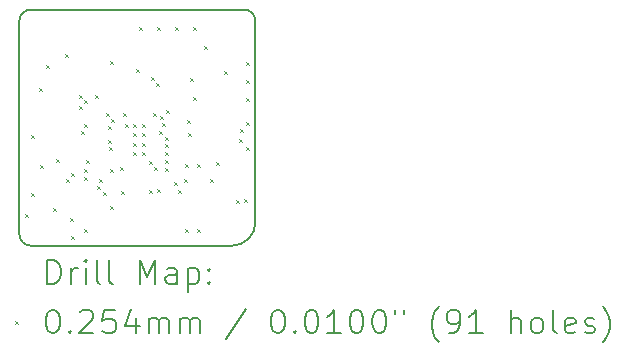
<source format=gbr>
%TF.GenerationSoftware,KiCad,Pcbnew,7.0.2*%
%TF.CreationDate,2023-09-13T14:26:03-04:00*%
%TF.ProjectId,PicoMod,5069636f-4d6f-4642-9e6b-696361645f70,rev?*%
%TF.SameCoordinates,Original*%
%TF.FileFunction,Drillmap*%
%TF.FilePolarity,Positive*%
%FSLAX45Y45*%
G04 Gerber Fmt 4.5, Leading zero omitted, Abs format (unit mm)*
G04 Created by KiCad (PCBNEW 7.0.2) date 2023-09-13 14:26:03*
%MOMM*%
%LPD*%
G01*
G04 APERTURE LIST*
%ADD10C,0.200000*%
%ADD11C,0.025400*%
G04 APERTURE END LIST*
D10*
X2099999Y-2000000D02*
G75*
G03*
X2000000Y-2099999I1J-100000D01*
G01*
X3800000Y-4000000D02*
X2100000Y-4000000D01*
X2099999Y-1999999D02*
X3900013Y-1999987D01*
X4000003Y-2099987D02*
G75*
G03*
X3900013Y-1999987I-100003J-3D01*
G01*
X4000000Y-2099987D02*
X4000000Y-3800000D01*
X3800000Y-4000000D02*
G75*
G03*
X4000000Y-3800000I0J200000D01*
G01*
X2000000Y-3900000D02*
X2000000Y-2099999D01*
X2000000Y-3900000D02*
G75*
G03*
X2100000Y-4000000I100000J0D01*
G01*
D11*
X2050750Y-3727300D02*
X2076150Y-3752700D01*
X2076150Y-3727300D02*
X2050750Y-3752700D01*
X2098960Y-3060285D02*
X2124360Y-3085685D01*
X2124360Y-3060285D02*
X2098960Y-3085685D01*
X2098960Y-3552300D02*
X2124360Y-3577700D01*
X2124360Y-3552300D02*
X2098960Y-3577700D01*
X2170510Y-2662300D02*
X2195910Y-2687700D01*
X2195910Y-2662300D02*
X2170510Y-2687700D01*
X2177300Y-3317300D02*
X2202700Y-3342700D01*
X2202700Y-3317300D02*
X2177300Y-3342700D01*
X2227300Y-2467300D02*
X2252700Y-2492700D01*
X2252700Y-2467300D02*
X2227300Y-2492700D01*
X2287245Y-3683644D02*
X2312645Y-3709044D01*
X2312645Y-3683644D02*
X2287245Y-3709044D01*
X2312300Y-3266710D02*
X2337700Y-3292110D01*
X2337700Y-3266710D02*
X2312300Y-3292110D01*
X2387300Y-2377300D02*
X2412700Y-2402700D01*
X2412700Y-2377300D02*
X2387300Y-2402700D01*
X2397187Y-3432139D02*
X2422587Y-3457539D01*
X2422587Y-3432139D02*
X2397187Y-3457539D01*
X2429090Y-3762300D02*
X2454490Y-3787700D01*
X2454490Y-3762300D02*
X2429090Y-3787700D01*
X2438563Y-3380731D02*
X2463963Y-3406131D01*
X2463963Y-3380731D02*
X2438563Y-3406131D01*
X2442300Y-3917300D02*
X2467700Y-3942700D01*
X2467700Y-3917300D02*
X2442300Y-3942700D01*
X2507039Y-2720044D02*
X2532439Y-2745444D01*
X2532439Y-2720044D02*
X2507039Y-2745444D01*
X2509090Y-2818664D02*
X2534490Y-2844064D01*
X2534490Y-2818664D02*
X2509090Y-2844064D01*
X2524495Y-3029090D02*
X2549895Y-3054490D01*
X2549895Y-3029090D02*
X2524495Y-3054490D01*
X2545858Y-3350540D02*
X2571258Y-3375940D01*
X2571258Y-3350540D02*
X2545858Y-3375940D01*
X2546528Y-3416527D02*
X2571928Y-3441927D01*
X2571928Y-3416527D02*
X2546528Y-3441927D01*
X2551757Y-2968994D02*
X2577157Y-2994394D01*
X2577157Y-2968994D02*
X2551757Y-2994394D01*
X2551897Y-2768442D02*
X2577297Y-2793842D01*
X2577297Y-2768442D02*
X2551897Y-2793842D01*
X2552300Y-3854823D02*
X2577700Y-3880223D01*
X2577700Y-3854823D02*
X2552300Y-3880223D01*
X2566919Y-3272064D02*
X2592319Y-3297464D01*
X2592319Y-3272064D02*
X2566919Y-3297464D01*
X2639742Y-2719858D02*
X2665142Y-2745258D01*
X2665142Y-2719858D02*
X2639742Y-2745258D01*
X2657300Y-3497300D02*
X2682700Y-3522700D01*
X2682700Y-3497300D02*
X2657300Y-3522700D01*
X2677300Y-3432300D02*
X2702700Y-3457700D01*
X2702700Y-3432300D02*
X2677300Y-3457700D01*
X2707300Y-3547300D02*
X2732700Y-3572700D01*
X2732700Y-3547300D02*
X2707300Y-3572700D01*
X2737300Y-2877300D02*
X2762700Y-2902700D01*
X2762700Y-2877300D02*
X2737300Y-2902700D01*
X2747300Y-2987300D02*
X2772700Y-3012700D01*
X2772700Y-2987300D02*
X2747300Y-3012700D01*
X2748149Y-3102208D02*
X2773549Y-3127608D01*
X2773549Y-3102208D02*
X2748149Y-3127608D01*
X2763275Y-3166441D02*
X2788675Y-3191841D01*
X2788675Y-3166441D02*
X2763275Y-3191841D01*
X2767300Y-2432300D02*
X2792700Y-2457700D01*
X2792700Y-2432300D02*
X2767300Y-2457700D01*
X2767300Y-3349110D02*
X2792700Y-3374510D01*
X2792700Y-3349110D02*
X2767300Y-3374510D01*
X2769567Y-3664567D02*
X2794967Y-3689967D01*
X2794967Y-3664567D02*
X2769567Y-3689967D01*
X2778272Y-2929030D02*
X2803672Y-2954430D01*
X2803672Y-2929030D02*
X2778272Y-2954430D01*
X2852300Y-3332300D02*
X2877700Y-3357700D01*
X2877700Y-3332300D02*
X2852300Y-3357700D01*
X2858771Y-3533771D02*
X2884171Y-3559171D01*
X2884171Y-3533771D02*
X2858771Y-3559171D01*
X2877300Y-2877890D02*
X2902700Y-2903290D01*
X2902700Y-2877890D02*
X2877300Y-2903290D01*
X2897300Y-2967300D02*
X2922700Y-2992700D01*
X2922700Y-2967300D02*
X2897300Y-2992700D01*
X2967300Y-2967300D02*
X2992700Y-2992700D01*
X2992700Y-2967300D02*
X2967300Y-2992700D01*
X2967300Y-3047300D02*
X2992700Y-3072700D01*
X2992700Y-3047300D02*
X2967300Y-3072700D01*
X2967300Y-3127300D02*
X2992700Y-3152700D01*
X2992700Y-3127300D02*
X2967300Y-3152700D01*
X2967300Y-3207300D02*
X2992700Y-3232700D01*
X2992700Y-3207300D02*
X2967300Y-3232700D01*
X2992300Y-2502300D02*
X3017700Y-2527700D01*
X3017700Y-2502300D02*
X2992300Y-2527700D01*
X3017300Y-2147300D02*
X3042700Y-2172700D01*
X3042700Y-2147300D02*
X3017300Y-2172700D01*
X3037300Y-2967300D02*
X3062700Y-2992700D01*
X3062700Y-2967300D02*
X3037300Y-2992700D01*
X3037300Y-3047300D02*
X3062700Y-3072700D01*
X3062700Y-3047300D02*
X3037300Y-3072700D01*
X3037300Y-3127300D02*
X3062700Y-3152700D01*
X3062700Y-3127300D02*
X3037300Y-3152700D01*
X3037300Y-3207300D02*
X3062700Y-3232700D01*
X3062700Y-3207300D02*
X3037300Y-3232700D01*
X3095348Y-3282890D02*
X3120748Y-3308290D01*
X3120748Y-3282890D02*
X3095348Y-3308290D01*
X3097204Y-3528456D02*
X3122604Y-3553856D01*
X3122604Y-3528456D02*
X3097204Y-3553856D01*
X3113930Y-2575190D02*
X3139330Y-2600590D01*
X3139330Y-2575190D02*
X3113930Y-2600590D01*
X3133102Y-2877890D02*
X3158502Y-2903290D01*
X3158502Y-2877890D02*
X3133102Y-2903290D01*
X3139090Y-3332300D02*
X3164490Y-3357700D01*
X3164490Y-3332300D02*
X3139090Y-3357700D01*
X3160670Y-2621930D02*
X3186070Y-2647330D01*
X3186070Y-2621930D02*
X3160670Y-2647330D01*
X3162755Y-3520854D02*
X3188155Y-3546254D01*
X3188155Y-3520854D02*
X3162755Y-3546254D01*
X3167300Y-2147300D02*
X3192700Y-2172700D01*
X3192700Y-2147300D02*
X3167300Y-2172700D01*
X3187300Y-3027300D02*
X3212700Y-3052700D01*
X3212700Y-3027300D02*
X3187300Y-3052700D01*
X3195638Y-2898962D02*
X3221038Y-2924362D01*
X3221038Y-2898962D02*
X3195638Y-2924362D01*
X3207587Y-2963861D02*
X3232987Y-2989261D01*
X3232987Y-2963861D02*
X3207587Y-2989261D01*
X3235510Y-3075541D02*
X3260910Y-3100941D01*
X3260910Y-3075541D02*
X3235510Y-3100941D01*
X3235510Y-3141531D02*
X3260910Y-3166931D01*
X3260910Y-3141531D02*
X3235510Y-3166931D01*
X3235510Y-3207521D02*
X3260910Y-3232921D01*
X3260910Y-3207521D02*
X3235510Y-3232921D01*
X3235510Y-3273511D02*
X3260910Y-3298911D01*
X3260910Y-3273511D02*
X3235510Y-3298911D01*
X3237705Y-3339465D02*
X3263105Y-3364865D01*
X3263105Y-3339465D02*
X3237705Y-3364865D01*
X3242300Y-2852300D02*
X3267700Y-2877700D01*
X3267700Y-2852300D02*
X3242300Y-2877700D01*
X3307300Y-3462980D02*
X3332700Y-3488380D01*
X3332700Y-3462980D02*
X3307300Y-3488380D01*
X3317300Y-2147300D02*
X3342700Y-2172700D01*
X3342700Y-2147300D02*
X3317300Y-2172700D01*
X3344537Y-3528850D02*
X3369937Y-3554250D01*
X3369937Y-3528850D02*
X3344537Y-3554250D01*
X3392300Y-3432300D02*
X3417700Y-3457700D01*
X3417700Y-3432300D02*
X3392300Y-3457700D01*
X3401037Y-3306112D02*
X3426437Y-3331512D01*
X3426437Y-3306112D02*
X3401037Y-3331512D01*
X3402300Y-3854800D02*
X3427700Y-3880200D01*
X3427700Y-3854800D02*
X3402300Y-3880200D01*
X3422845Y-2937845D02*
X3448245Y-2963245D01*
X3448245Y-2937845D02*
X3422845Y-2963245D01*
X3426052Y-3046052D02*
X3451452Y-3071452D01*
X3451452Y-3046052D02*
X3426052Y-3071452D01*
X3447300Y-2577300D02*
X3472700Y-2602700D01*
X3472700Y-2577300D02*
X3447300Y-2602700D01*
X3467300Y-2147300D02*
X3492700Y-2172700D01*
X3492700Y-2147300D02*
X3467300Y-2172700D01*
X3467300Y-2739090D02*
X3492700Y-2764490D01*
X3492700Y-2739090D02*
X3467300Y-2764490D01*
X3502300Y-3307300D02*
X3527700Y-3332700D01*
X3527700Y-3307300D02*
X3502300Y-3332700D01*
X3502300Y-3854800D02*
X3527700Y-3880200D01*
X3527700Y-3854800D02*
X3502300Y-3880200D01*
X3562300Y-2308820D02*
X3587700Y-2334220D01*
X3587700Y-2308820D02*
X3562300Y-2334220D01*
X3612300Y-3432350D02*
X3637700Y-3457750D01*
X3637700Y-3432350D02*
X3612300Y-3457750D01*
X3662300Y-3290800D02*
X3687700Y-3316200D01*
X3687700Y-3290800D02*
X3662300Y-3316200D01*
X3737300Y-2522300D02*
X3762700Y-2547700D01*
X3762700Y-2522300D02*
X3737300Y-2547700D01*
X3838543Y-3614997D02*
X3863943Y-3640397D01*
X3863943Y-3614997D02*
X3838543Y-3640397D01*
X3857650Y-3092336D02*
X3883050Y-3117736D01*
X3883050Y-3092336D02*
X3857650Y-3117736D01*
X3865640Y-3012281D02*
X3891040Y-3037681D01*
X3891040Y-3012281D02*
X3865640Y-3037681D01*
X3903300Y-3602300D02*
X3928700Y-3627700D01*
X3928700Y-3602300D02*
X3903300Y-3627700D01*
X3922300Y-2447300D02*
X3947700Y-2472700D01*
X3947700Y-2447300D02*
X3922300Y-2472700D01*
X3922300Y-2597300D02*
X3947700Y-2622700D01*
X3947700Y-2597300D02*
X3922300Y-2622700D01*
X3922300Y-2747300D02*
X3947700Y-2772700D01*
X3947700Y-2747300D02*
X3922300Y-2772700D01*
X3923850Y-2952300D02*
X3949250Y-2977700D01*
X3949250Y-2952300D02*
X3923850Y-2977700D01*
X3923850Y-3162495D02*
X3949250Y-3187895D01*
X3949250Y-3162495D02*
X3923850Y-3187895D01*
D10*
X2237619Y-4322524D02*
X2237619Y-4122524D01*
X2237619Y-4122524D02*
X2285238Y-4122524D01*
X2285238Y-4122524D02*
X2313810Y-4132048D01*
X2313810Y-4132048D02*
X2332857Y-4151095D01*
X2332857Y-4151095D02*
X2342381Y-4170143D01*
X2342381Y-4170143D02*
X2351905Y-4208238D01*
X2351905Y-4208238D02*
X2351905Y-4236810D01*
X2351905Y-4236810D02*
X2342381Y-4274905D01*
X2342381Y-4274905D02*
X2332857Y-4293952D01*
X2332857Y-4293952D02*
X2313810Y-4313000D01*
X2313810Y-4313000D02*
X2285238Y-4322524D01*
X2285238Y-4322524D02*
X2237619Y-4322524D01*
X2437619Y-4322524D02*
X2437619Y-4189190D01*
X2437619Y-4227286D02*
X2447143Y-4208238D01*
X2447143Y-4208238D02*
X2456667Y-4198714D01*
X2456667Y-4198714D02*
X2475714Y-4189190D01*
X2475714Y-4189190D02*
X2494762Y-4189190D01*
X2561429Y-4322524D02*
X2561429Y-4189190D01*
X2561429Y-4122524D02*
X2551905Y-4132048D01*
X2551905Y-4132048D02*
X2561429Y-4141571D01*
X2561429Y-4141571D02*
X2570952Y-4132048D01*
X2570952Y-4132048D02*
X2561429Y-4122524D01*
X2561429Y-4122524D02*
X2561429Y-4141571D01*
X2685238Y-4322524D02*
X2666190Y-4313000D01*
X2666190Y-4313000D02*
X2656667Y-4293952D01*
X2656667Y-4293952D02*
X2656667Y-4122524D01*
X2790000Y-4322524D02*
X2770952Y-4313000D01*
X2770952Y-4313000D02*
X2761429Y-4293952D01*
X2761429Y-4293952D02*
X2761429Y-4122524D01*
X3018571Y-4322524D02*
X3018571Y-4122524D01*
X3018571Y-4122524D02*
X3085238Y-4265381D01*
X3085238Y-4265381D02*
X3151905Y-4122524D01*
X3151905Y-4122524D02*
X3151905Y-4322524D01*
X3332857Y-4322524D02*
X3332857Y-4217762D01*
X3332857Y-4217762D02*
X3323333Y-4198714D01*
X3323333Y-4198714D02*
X3304286Y-4189190D01*
X3304286Y-4189190D02*
X3266190Y-4189190D01*
X3266190Y-4189190D02*
X3247143Y-4198714D01*
X3332857Y-4313000D02*
X3313809Y-4322524D01*
X3313809Y-4322524D02*
X3266190Y-4322524D01*
X3266190Y-4322524D02*
X3247143Y-4313000D01*
X3247143Y-4313000D02*
X3237619Y-4293952D01*
X3237619Y-4293952D02*
X3237619Y-4274905D01*
X3237619Y-4274905D02*
X3247143Y-4255857D01*
X3247143Y-4255857D02*
X3266190Y-4246333D01*
X3266190Y-4246333D02*
X3313809Y-4246333D01*
X3313809Y-4246333D02*
X3332857Y-4236810D01*
X3428095Y-4189190D02*
X3428095Y-4389190D01*
X3428095Y-4198714D02*
X3447143Y-4189190D01*
X3447143Y-4189190D02*
X3485238Y-4189190D01*
X3485238Y-4189190D02*
X3504286Y-4198714D01*
X3504286Y-4198714D02*
X3513809Y-4208238D01*
X3513809Y-4208238D02*
X3523333Y-4227286D01*
X3523333Y-4227286D02*
X3523333Y-4284429D01*
X3523333Y-4284429D02*
X3513809Y-4303476D01*
X3513809Y-4303476D02*
X3504286Y-4313000D01*
X3504286Y-4313000D02*
X3485238Y-4322524D01*
X3485238Y-4322524D02*
X3447143Y-4322524D01*
X3447143Y-4322524D02*
X3428095Y-4313000D01*
X3609048Y-4303476D02*
X3618571Y-4313000D01*
X3618571Y-4313000D02*
X3609048Y-4322524D01*
X3609048Y-4322524D02*
X3599524Y-4313000D01*
X3599524Y-4313000D02*
X3609048Y-4303476D01*
X3609048Y-4303476D02*
X3609048Y-4322524D01*
X3609048Y-4198714D02*
X3618571Y-4208238D01*
X3618571Y-4208238D02*
X3609048Y-4217762D01*
X3609048Y-4217762D02*
X3599524Y-4208238D01*
X3599524Y-4208238D02*
X3609048Y-4198714D01*
X3609048Y-4198714D02*
X3609048Y-4217762D01*
D11*
X1964600Y-4637300D02*
X1990000Y-4662700D01*
X1990000Y-4637300D02*
X1964600Y-4662700D01*
D10*
X2275714Y-4542524D02*
X2294762Y-4542524D01*
X2294762Y-4542524D02*
X2313810Y-4552048D01*
X2313810Y-4552048D02*
X2323333Y-4561571D01*
X2323333Y-4561571D02*
X2332857Y-4580619D01*
X2332857Y-4580619D02*
X2342381Y-4618714D01*
X2342381Y-4618714D02*
X2342381Y-4666333D01*
X2342381Y-4666333D02*
X2332857Y-4704429D01*
X2332857Y-4704429D02*
X2323333Y-4723476D01*
X2323333Y-4723476D02*
X2313810Y-4733000D01*
X2313810Y-4733000D02*
X2294762Y-4742524D01*
X2294762Y-4742524D02*
X2275714Y-4742524D01*
X2275714Y-4742524D02*
X2256667Y-4733000D01*
X2256667Y-4733000D02*
X2247143Y-4723476D01*
X2247143Y-4723476D02*
X2237619Y-4704429D01*
X2237619Y-4704429D02*
X2228095Y-4666333D01*
X2228095Y-4666333D02*
X2228095Y-4618714D01*
X2228095Y-4618714D02*
X2237619Y-4580619D01*
X2237619Y-4580619D02*
X2247143Y-4561571D01*
X2247143Y-4561571D02*
X2256667Y-4552048D01*
X2256667Y-4552048D02*
X2275714Y-4542524D01*
X2428095Y-4723476D02*
X2437619Y-4733000D01*
X2437619Y-4733000D02*
X2428095Y-4742524D01*
X2428095Y-4742524D02*
X2418571Y-4733000D01*
X2418571Y-4733000D02*
X2428095Y-4723476D01*
X2428095Y-4723476D02*
X2428095Y-4742524D01*
X2513810Y-4561571D02*
X2523333Y-4552048D01*
X2523333Y-4552048D02*
X2542381Y-4542524D01*
X2542381Y-4542524D02*
X2590000Y-4542524D01*
X2590000Y-4542524D02*
X2609048Y-4552048D01*
X2609048Y-4552048D02*
X2618571Y-4561571D01*
X2618571Y-4561571D02*
X2628095Y-4580619D01*
X2628095Y-4580619D02*
X2628095Y-4599667D01*
X2628095Y-4599667D02*
X2618571Y-4628238D01*
X2618571Y-4628238D02*
X2504286Y-4742524D01*
X2504286Y-4742524D02*
X2628095Y-4742524D01*
X2809048Y-4542524D02*
X2713810Y-4542524D01*
X2713810Y-4542524D02*
X2704286Y-4637762D01*
X2704286Y-4637762D02*
X2713810Y-4628238D01*
X2713810Y-4628238D02*
X2732857Y-4618714D01*
X2732857Y-4618714D02*
X2780476Y-4618714D01*
X2780476Y-4618714D02*
X2799524Y-4628238D01*
X2799524Y-4628238D02*
X2809048Y-4637762D01*
X2809048Y-4637762D02*
X2818571Y-4656810D01*
X2818571Y-4656810D02*
X2818571Y-4704429D01*
X2818571Y-4704429D02*
X2809048Y-4723476D01*
X2809048Y-4723476D02*
X2799524Y-4733000D01*
X2799524Y-4733000D02*
X2780476Y-4742524D01*
X2780476Y-4742524D02*
X2732857Y-4742524D01*
X2732857Y-4742524D02*
X2713810Y-4733000D01*
X2713810Y-4733000D02*
X2704286Y-4723476D01*
X2990000Y-4609190D02*
X2990000Y-4742524D01*
X2942381Y-4533000D02*
X2894762Y-4675857D01*
X2894762Y-4675857D02*
X3018571Y-4675857D01*
X3094762Y-4742524D02*
X3094762Y-4609190D01*
X3094762Y-4628238D02*
X3104286Y-4618714D01*
X3104286Y-4618714D02*
X3123333Y-4609190D01*
X3123333Y-4609190D02*
X3151905Y-4609190D01*
X3151905Y-4609190D02*
X3170952Y-4618714D01*
X3170952Y-4618714D02*
X3180476Y-4637762D01*
X3180476Y-4637762D02*
X3180476Y-4742524D01*
X3180476Y-4637762D02*
X3190000Y-4618714D01*
X3190000Y-4618714D02*
X3209048Y-4609190D01*
X3209048Y-4609190D02*
X3237619Y-4609190D01*
X3237619Y-4609190D02*
X3256667Y-4618714D01*
X3256667Y-4618714D02*
X3266190Y-4637762D01*
X3266190Y-4637762D02*
X3266190Y-4742524D01*
X3361429Y-4742524D02*
X3361429Y-4609190D01*
X3361429Y-4628238D02*
X3370952Y-4618714D01*
X3370952Y-4618714D02*
X3390000Y-4609190D01*
X3390000Y-4609190D02*
X3418571Y-4609190D01*
X3418571Y-4609190D02*
X3437619Y-4618714D01*
X3437619Y-4618714D02*
X3447143Y-4637762D01*
X3447143Y-4637762D02*
X3447143Y-4742524D01*
X3447143Y-4637762D02*
X3456667Y-4618714D01*
X3456667Y-4618714D02*
X3475714Y-4609190D01*
X3475714Y-4609190D02*
X3504286Y-4609190D01*
X3504286Y-4609190D02*
X3523333Y-4618714D01*
X3523333Y-4618714D02*
X3532857Y-4637762D01*
X3532857Y-4637762D02*
X3532857Y-4742524D01*
X3923333Y-4533000D02*
X3751905Y-4790143D01*
X4180476Y-4542524D02*
X4199524Y-4542524D01*
X4199524Y-4542524D02*
X4218572Y-4552048D01*
X4218572Y-4552048D02*
X4228095Y-4561571D01*
X4228095Y-4561571D02*
X4237619Y-4580619D01*
X4237619Y-4580619D02*
X4247143Y-4618714D01*
X4247143Y-4618714D02*
X4247143Y-4666333D01*
X4247143Y-4666333D02*
X4237619Y-4704429D01*
X4237619Y-4704429D02*
X4228095Y-4723476D01*
X4228095Y-4723476D02*
X4218572Y-4733000D01*
X4218572Y-4733000D02*
X4199524Y-4742524D01*
X4199524Y-4742524D02*
X4180476Y-4742524D01*
X4180476Y-4742524D02*
X4161429Y-4733000D01*
X4161429Y-4733000D02*
X4151905Y-4723476D01*
X4151905Y-4723476D02*
X4142381Y-4704429D01*
X4142381Y-4704429D02*
X4132857Y-4666333D01*
X4132857Y-4666333D02*
X4132857Y-4618714D01*
X4132857Y-4618714D02*
X4142381Y-4580619D01*
X4142381Y-4580619D02*
X4151905Y-4561571D01*
X4151905Y-4561571D02*
X4161429Y-4552048D01*
X4161429Y-4552048D02*
X4180476Y-4542524D01*
X4332857Y-4723476D02*
X4342381Y-4733000D01*
X4342381Y-4733000D02*
X4332857Y-4742524D01*
X4332857Y-4742524D02*
X4323334Y-4733000D01*
X4323334Y-4733000D02*
X4332857Y-4723476D01*
X4332857Y-4723476D02*
X4332857Y-4742524D01*
X4466191Y-4542524D02*
X4485238Y-4542524D01*
X4485238Y-4542524D02*
X4504286Y-4552048D01*
X4504286Y-4552048D02*
X4513810Y-4561571D01*
X4513810Y-4561571D02*
X4523334Y-4580619D01*
X4523334Y-4580619D02*
X4532857Y-4618714D01*
X4532857Y-4618714D02*
X4532857Y-4666333D01*
X4532857Y-4666333D02*
X4523334Y-4704429D01*
X4523334Y-4704429D02*
X4513810Y-4723476D01*
X4513810Y-4723476D02*
X4504286Y-4733000D01*
X4504286Y-4733000D02*
X4485238Y-4742524D01*
X4485238Y-4742524D02*
X4466191Y-4742524D01*
X4466191Y-4742524D02*
X4447143Y-4733000D01*
X4447143Y-4733000D02*
X4437619Y-4723476D01*
X4437619Y-4723476D02*
X4428095Y-4704429D01*
X4428095Y-4704429D02*
X4418572Y-4666333D01*
X4418572Y-4666333D02*
X4418572Y-4618714D01*
X4418572Y-4618714D02*
X4428095Y-4580619D01*
X4428095Y-4580619D02*
X4437619Y-4561571D01*
X4437619Y-4561571D02*
X4447143Y-4552048D01*
X4447143Y-4552048D02*
X4466191Y-4542524D01*
X4723334Y-4742524D02*
X4609048Y-4742524D01*
X4666191Y-4742524D02*
X4666191Y-4542524D01*
X4666191Y-4542524D02*
X4647143Y-4571095D01*
X4647143Y-4571095D02*
X4628095Y-4590143D01*
X4628095Y-4590143D02*
X4609048Y-4599667D01*
X4847143Y-4542524D02*
X4866191Y-4542524D01*
X4866191Y-4542524D02*
X4885238Y-4552048D01*
X4885238Y-4552048D02*
X4894762Y-4561571D01*
X4894762Y-4561571D02*
X4904286Y-4580619D01*
X4904286Y-4580619D02*
X4913810Y-4618714D01*
X4913810Y-4618714D02*
X4913810Y-4666333D01*
X4913810Y-4666333D02*
X4904286Y-4704429D01*
X4904286Y-4704429D02*
X4894762Y-4723476D01*
X4894762Y-4723476D02*
X4885238Y-4733000D01*
X4885238Y-4733000D02*
X4866191Y-4742524D01*
X4866191Y-4742524D02*
X4847143Y-4742524D01*
X4847143Y-4742524D02*
X4828095Y-4733000D01*
X4828095Y-4733000D02*
X4818572Y-4723476D01*
X4818572Y-4723476D02*
X4809048Y-4704429D01*
X4809048Y-4704429D02*
X4799524Y-4666333D01*
X4799524Y-4666333D02*
X4799524Y-4618714D01*
X4799524Y-4618714D02*
X4809048Y-4580619D01*
X4809048Y-4580619D02*
X4818572Y-4561571D01*
X4818572Y-4561571D02*
X4828095Y-4552048D01*
X4828095Y-4552048D02*
X4847143Y-4542524D01*
X5037619Y-4542524D02*
X5056667Y-4542524D01*
X5056667Y-4542524D02*
X5075715Y-4552048D01*
X5075715Y-4552048D02*
X5085238Y-4561571D01*
X5085238Y-4561571D02*
X5094762Y-4580619D01*
X5094762Y-4580619D02*
X5104286Y-4618714D01*
X5104286Y-4618714D02*
X5104286Y-4666333D01*
X5104286Y-4666333D02*
X5094762Y-4704429D01*
X5094762Y-4704429D02*
X5085238Y-4723476D01*
X5085238Y-4723476D02*
X5075715Y-4733000D01*
X5075715Y-4733000D02*
X5056667Y-4742524D01*
X5056667Y-4742524D02*
X5037619Y-4742524D01*
X5037619Y-4742524D02*
X5018572Y-4733000D01*
X5018572Y-4733000D02*
X5009048Y-4723476D01*
X5009048Y-4723476D02*
X4999524Y-4704429D01*
X4999524Y-4704429D02*
X4990000Y-4666333D01*
X4990000Y-4666333D02*
X4990000Y-4618714D01*
X4990000Y-4618714D02*
X4999524Y-4580619D01*
X4999524Y-4580619D02*
X5009048Y-4561571D01*
X5009048Y-4561571D02*
X5018572Y-4552048D01*
X5018572Y-4552048D02*
X5037619Y-4542524D01*
X5180476Y-4542524D02*
X5180476Y-4580619D01*
X5256667Y-4542524D02*
X5256667Y-4580619D01*
X5551905Y-4818714D02*
X5542381Y-4809190D01*
X5542381Y-4809190D02*
X5523334Y-4780619D01*
X5523334Y-4780619D02*
X5513810Y-4761571D01*
X5513810Y-4761571D02*
X5504286Y-4733000D01*
X5504286Y-4733000D02*
X5494762Y-4685381D01*
X5494762Y-4685381D02*
X5494762Y-4647286D01*
X5494762Y-4647286D02*
X5504286Y-4599667D01*
X5504286Y-4599667D02*
X5513810Y-4571095D01*
X5513810Y-4571095D02*
X5523334Y-4552048D01*
X5523334Y-4552048D02*
X5542381Y-4523476D01*
X5542381Y-4523476D02*
X5551905Y-4513952D01*
X5637619Y-4742524D02*
X5675714Y-4742524D01*
X5675714Y-4742524D02*
X5694762Y-4733000D01*
X5694762Y-4733000D02*
X5704286Y-4723476D01*
X5704286Y-4723476D02*
X5723334Y-4694905D01*
X5723334Y-4694905D02*
X5732857Y-4656810D01*
X5732857Y-4656810D02*
X5732857Y-4580619D01*
X5732857Y-4580619D02*
X5723334Y-4561571D01*
X5723334Y-4561571D02*
X5713810Y-4552048D01*
X5713810Y-4552048D02*
X5694762Y-4542524D01*
X5694762Y-4542524D02*
X5656667Y-4542524D01*
X5656667Y-4542524D02*
X5637619Y-4552048D01*
X5637619Y-4552048D02*
X5628095Y-4561571D01*
X5628095Y-4561571D02*
X5618572Y-4580619D01*
X5618572Y-4580619D02*
X5618572Y-4628238D01*
X5618572Y-4628238D02*
X5628095Y-4647286D01*
X5628095Y-4647286D02*
X5637619Y-4656810D01*
X5637619Y-4656810D02*
X5656667Y-4666333D01*
X5656667Y-4666333D02*
X5694762Y-4666333D01*
X5694762Y-4666333D02*
X5713810Y-4656810D01*
X5713810Y-4656810D02*
X5723334Y-4647286D01*
X5723334Y-4647286D02*
X5732857Y-4628238D01*
X5923334Y-4742524D02*
X5809048Y-4742524D01*
X5866191Y-4742524D02*
X5866191Y-4542524D01*
X5866191Y-4542524D02*
X5847143Y-4571095D01*
X5847143Y-4571095D02*
X5828095Y-4590143D01*
X5828095Y-4590143D02*
X5809048Y-4599667D01*
X6161429Y-4742524D02*
X6161429Y-4542524D01*
X6247143Y-4742524D02*
X6247143Y-4637762D01*
X6247143Y-4637762D02*
X6237619Y-4618714D01*
X6237619Y-4618714D02*
X6218572Y-4609190D01*
X6218572Y-4609190D02*
X6190000Y-4609190D01*
X6190000Y-4609190D02*
X6170953Y-4618714D01*
X6170953Y-4618714D02*
X6161429Y-4628238D01*
X6370953Y-4742524D02*
X6351905Y-4733000D01*
X6351905Y-4733000D02*
X6342381Y-4723476D01*
X6342381Y-4723476D02*
X6332857Y-4704429D01*
X6332857Y-4704429D02*
X6332857Y-4647286D01*
X6332857Y-4647286D02*
X6342381Y-4628238D01*
X6342381Y-4628238D02*
X6351905Y-4618714D01*
X6351905Y-4618714D02*
X6370953Y-4609190D01*
X6370953Y-4609190D02*
X6399524Y-4609190D01*
X6399524Y-4609190D02*
X6418572Y-4618714D01*
X6418572Y-4618714D02*
X6428096Y-4628238D01*
X6428096Y-4628238D02*
X6437619Y-4647286D01*
X6437619Y-4647286D02*
X6437619Y-4704429D01*
X6437619Y-4704429D02*
X6428096Y-4723476D01*
X6428096Y-4723476D02*
X6418572Y-4733000D01*
X6418572Y-4733000D02*
X6399524Y-4742524D01*
X6399524Y-4742524D02*
X6370953Y-4742524D01*
X6551905Y-4742524D02*
X6532857Y-4733000D01*
X6532857Y-4733000D02*
X6523334Y-4713952D01*
X6523334Y-4713952D02*
X6523334Y-4542524D01*
X6704286Y-4733000D02*
X6685238Y-4742524D01*
X6685238Y-4742524D02*
X6647143Y-4742524D01*
X6647143Y-4742524D02*
X6628096Y-4733000D01*
X6628096Y-4733000D02*
X6618572Y-4713952D01*
X6618572Y-4713952D02*
X6618572Y-4637762D01*
X6618572Y-4637762D02*
X6628096Y-4618714D01*
X6628096Y-4618714D02*
X6647143Y-4609190D01*
X6647143Y-4609190D02*
X6685238Y-4609190D01*
X6685238Y-4609190D02*
X6704286Y-4618714D01*
X6704286Y-4618714D02*
X6713810Y-4637762D01*
X6713810Y-4637762D02*
X6713810Y-4656810D01*
X6713810Y-4656810D02*
X6618572Y-4675857D01*
X6790000Y-4733000D02*
X6809048Y-4742524D01*
X6809048Y-4742524D02*
X6847143Y-4742524D01*
X6847143Y-4742524D02*
X6866191Y-4733000D01*
X6866191Y-4733000D02*
X6875715Y-4713952D01*
X6875715Y-4713952D02*
X6875715Y-4704429D01*
X6875715Y-4704429D02*
X6866191Y-4685381D01*
X6866191Y-4685381D02*
X6847143Y-4675857D01*
X6847143Y-4675857D02*
X6818572Y-4675857D01*
X6818572Y-4675857D02*
X6799524Y-4666333D01*
X6799524Y-4666333D02*
X6790000Y-4647286D01*
X6790000Y-4647286D02*
X6790000Y-4637762D01*
X6790000Y-4637762D02*
X6799524Y-4618714D01*
X6799524Y-4618714D02*
X6818572Y-4609190D01*
X6818572Y-4609190D02*
X6847143Y-4609190D01*
X6847143Y-4609190D02*
X6866191Y-4618714D01*
X6942381Y-4818714D02*
X6951905Y-4809190D01*
X6951905Y-4809190D02*
X6970953Y-4780619D01*
X6970953Y-4780619D02*
X6980477Y-4761571D01*
X6980477Y-4761571D02*
X6990000Y-4733000D01*
X6990000Y-4733000D02*
X6999524Y-4685381D01*
X6999524Y-4685381D02*
X6999524Y-4647286D01*
X6999524Y-4647286D02*
X6990000Y-4599667D01*
X6990000Y-4599667D02*
X6980477Y-4571095D01*
X6980477Y-4571095D02*
X6970953Y-4552048D01*
X6970953Y-4552048D02*
X6951905Y-4523476D01*
X6951905Y-4523476D02*
X6942381Y-4513952D01*
M02*

</source>
